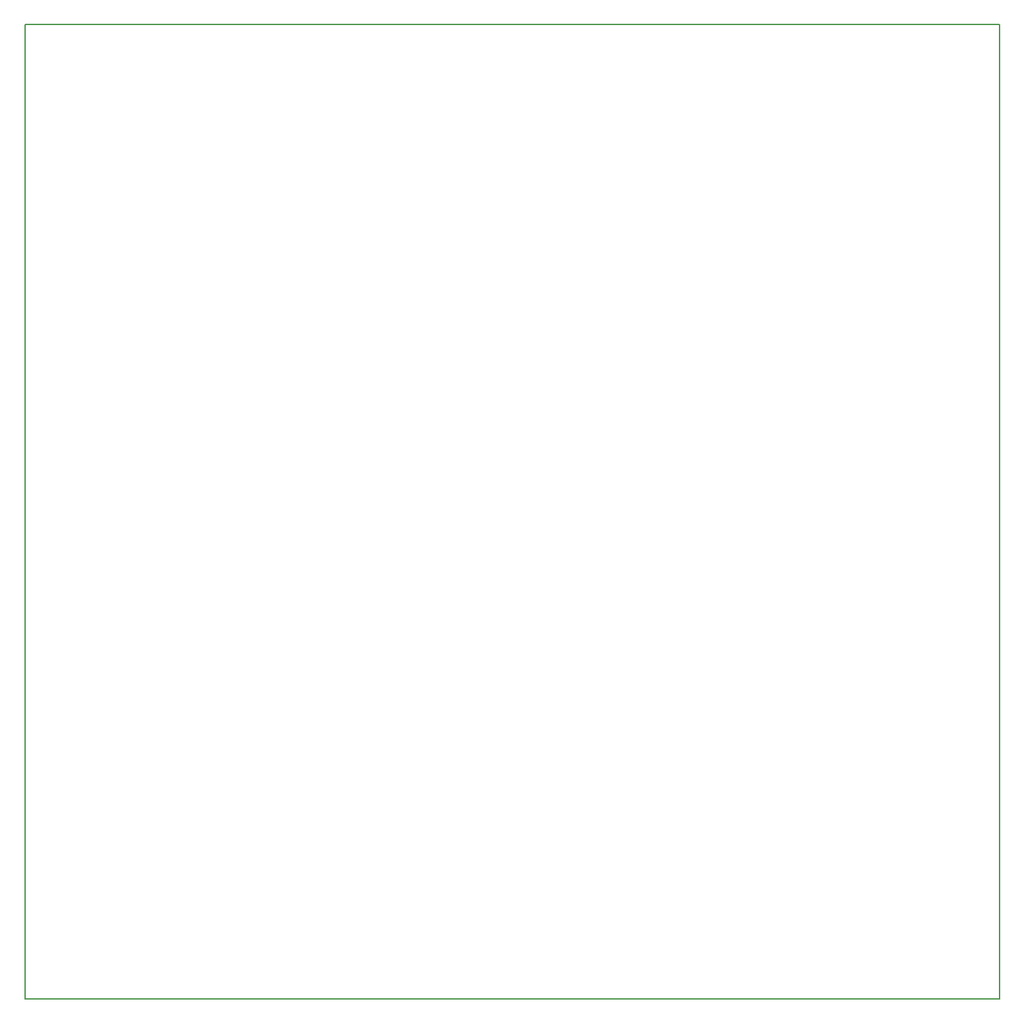
<source format=gbr>
G04 #@! TF.GenerationSoftware,KiCad,Pcbnew,(5.1.10)-1*
G04 #@! TF.CreationDate,2021-05-13T19:21:14+02:00*
G04 #@! TF.ProjectId,PEE50_MPPT,50454535-305f-44d5-9050-542e6b696361,rev?*
G04 #@! TF.SameCoordinates,Original*
G04 #@! TF.FileFunction,Profile,NP*
%FSLAX46Y46*%
G04 Gerber Fmt 4.6, Leading zero omitted, Abs format (unit mm)*
G04 Created by KiCad (PCBNEW (5.1.10)-1) date 2021-05-13 19:21:14*
%MOMM*%
%LPD*%
G01*
G04 APERTURE LIST*
G04 #@! TA.AperFunction,Profile*
%ADD10C,0.150000*%
G04 #@! TD*
G04 APERTURE END LIST*
D10*
X149987000Y-179959000D02*
X149987000Y-54991000D01*
X25019000Y-179959000D02*
X149987000Y-179959000D01*
X25019000Y-54991000D02*
X25019000Y-179959000D01*
X149987000Y-54991000D02*
X25019000Y-54991000D01*
M02*

</source>
